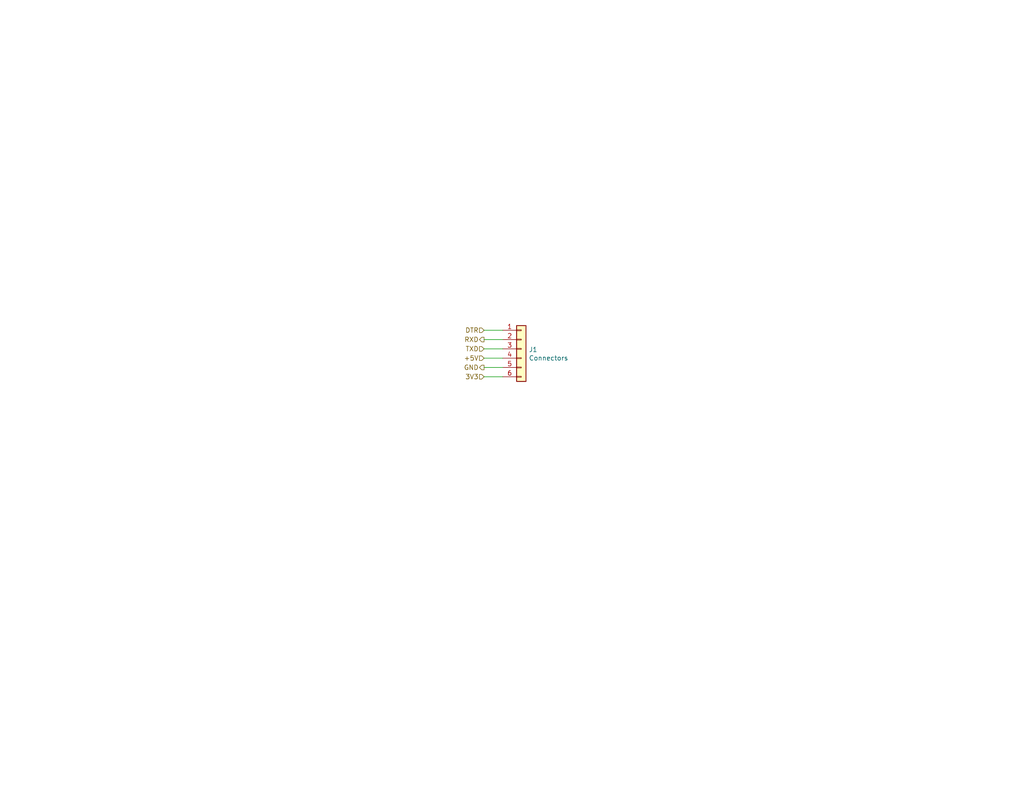
<source format=kicad_sch>
(kicad_sch (version 20211123) (generator eeschema)
  (paper "USLetter")
  (title_block (title "Connector") (rev "1.0") (company "Cristóbal Cuevas Lagos") (comment 1 "Cristóbal Cuevas Lagos"))
  (lib_symbols
    (symbol "Connector_Generic:Conn_01x06" (pin_names (offset 1.016) hide)
      (property "Reference" "J" (at 0 7.62 0))
      (property "Value" "Conn_01x06" (at 0 -10.16 0))
      (symbol "Conn_01x06_1_1"
        (rectangle (start -1.27 -7.493) (end 0 -7.747) (stroke (width 0.1524)))
        (rectangle (start -1.27 -4.953) (end 0 -5.207) (stroke (width 0.1524)))
        (rectangle (start -1.27 -2.413) (end 0 -2.667) (stroke (width 0.1524)))
        (rectangle (start -1.27 0.127) (end 0 -0.127) (stroke (width 0.1524)))
        (rectangle (start -1.27 2.667) (end 0 2.413) (stroke (width 0.1524)))
        (rectangle (start -1.27 5.207) (end 0 4.953) (stroke (width 0.1524)))
        (rectangle (start -1.27 6.35) (end 1.27 -8.89) (stroke (width 0.254)) (fill (type background)))
        (pin passive line (at -5.08 5.08 0) (length 3.81) (name "Pin_1") (number "1"))
        (pin passive line (at -5.08 2.54 0) (length 3.81) (name "Pin_2") (number "2"))
        (pin passive line (at -5.08 0 0) (length 3.81) (name "Pin_3") (number "3"))
        (pin passive line (at -5.08 -2.54 0) (length 3.81) (name "Pin_4") (number "4"))
        (pin passive line (at -5.08 -5.08 0) (length 3.81) (name "Pin_5") (number "5"))
        (pin passive line (at -5.08 -7.62 0) (length 3.81) (name "Pin_6") (number "6"))
      )
    )
  )
  (wire (pts (xy 132.08 100.33) (xy 137.16 100.33)))
  (wire (pts (xy 132.08 97.79) (xy 137.16 97.79)))
  (wire (pts (xy 132.08 90.17) (xy 137.16 90.17)))
  (wire (pts (xy 132.08 92.71) (xy 137.16 92.71)))
  (wire (pts (xy 132.08 102.87) (xy 137.16 102.87)))
  (wire (pts (xy 132.08 95.25) (xy 137.16 95.25)))
  (hierarchical_label "3V3" (shape input) (at 132.08 102.87 180))
  (hierarchical_label "RXD" (shape output) (at 132.08 92.71 180))
  (hierarchical_label "+5V" (shape input) (at 132.08 97.79 180))
  (hierarchical_label "DTR" (shape input) (at 132.08 90.17 180))
  (hierarchical_label "TXD" (shape input) (at 132.08 95.25 180))
  (hierarchical_label "GND" (shape output) (at 132.08 100.33 180))
  (symbol (lib_id "Connector_Generic:Conn_01x06") (at 142.24 95.25 0) (unit 1)
    (property "Reference" "J1" (at 144.272 95.4532 0) (effects (justify left)))
    (property "Value" "Connectors" (at 144.272 97.7646 0) (effects (justify left)))
    (property "Footprint" "Connector_PinHeader_2.54mm:PinHeader_1x06_P2.54mm_Horizontal" (effects hide))
  )
)
</source>
